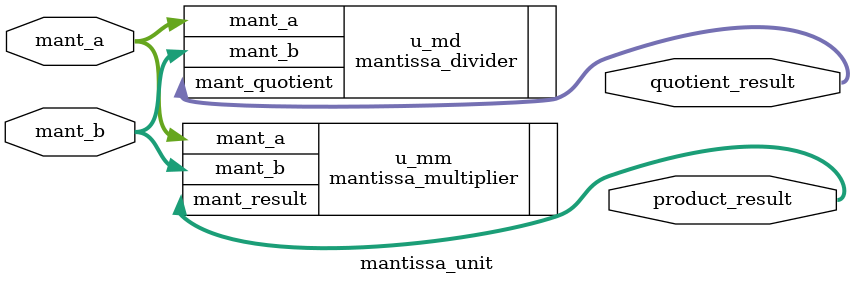
<source format=v>

module mantissa_unit (
    input  [23:0] mant_a,
    input  [23:0] mant_b,
    // op_sel is not strictly needed here if fp_unit MUXes outputs,
    // but can be used if this unit were to have a single output bus.
    // For this example, we output both and let fp_unit select.
    output [47:0] product_result,  // Output from multiplier
    output [26:0] quotient_result // Output from divider
);

    mantissa_multiplier u_mm (
        .mant_a(mant_a),
        .mant_b(mant_b),
        .mant_result(product_result)
    );

    mantissa_divider u_md (
        .mant_a(mant_a),
        .mant_b(mant_b),
        .mant_quotient(quotient_result)
    );

endmodule
</source>
